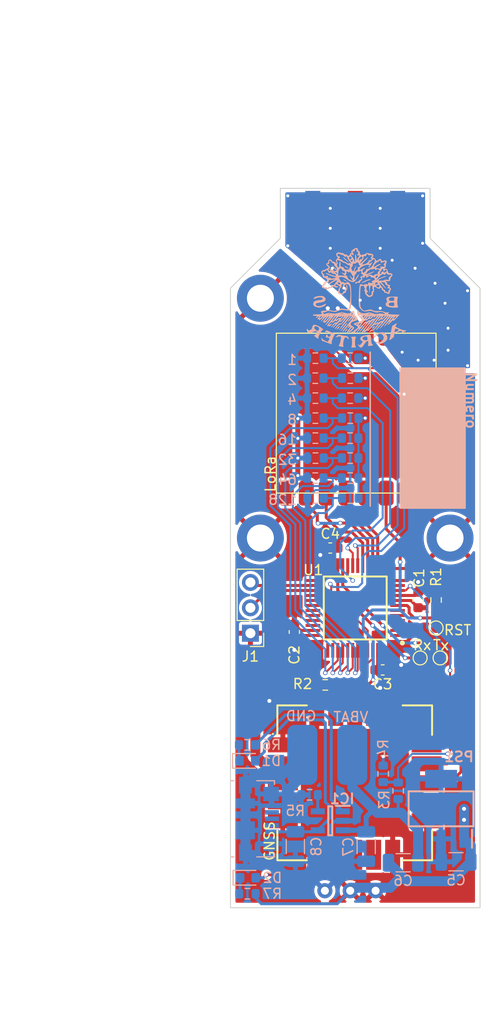
<source format=kicad_pcb>
(kicad_pcb (version 20221018) (generator pcbnew)
  (layers (0 "F.Cu" signal) (31 "B.Cu" signal) (34 "B.Paste" user) (35 "F.Paste" user) (36 "B.SilkS" user "B.Silkscreen") (37 "F.SilkS" user "F.Silkscreen") (38 "B.Mask" user) (39 "F.Mask" user) (44 "Edge.Cuts" user))
  (net 0 "")
  (net 1 "Net-(AE1-A)")
  (net 8 "GND")
  (net 9 "+3.3V")
  (net 10 "/MCU_TX")
  (net 11 "/MCU_RX")
  (net 12 "/SPI_NSS")
  (net 13 "/SPI_SCK")
  (net 14 "/SPI_MISO")
  (net 15 "/SPI_MOSI")
  (net 16 "/TP_TX")
  (net 17 "/TP_RX")
  (net 19 "/SWDIO")
  (net 20 "/SWCLK")
  (net 28 "unconnected-(ANT1-SDA-Pad9)")
  (net 30 "+BATT")
  (net 31 "Net-(ANT1-TIMEPULSE)")
  (net 33 "/I2C_SDA")
  (net 34 "/I2C_SCL")
  (net 35 "/GNSS_INT")
  (net 39 "/LORA_INT")
  (net 42 "/RESET_N")
  (net 43 "/ID_0")
  (net 44 "/ID_1")
  (net 45 "/ID_2")
  (net 46 "/ID_3")
  (net 47 "/ID_4")
  (net 48 "/ID_5")
  (net 49 "/ID_6")
  (net 50 "/ID_7")
  (net 51 "/BOOT0")
  (net 52 "/ADC_0")
  (net 53 "/ADC_1")
  (net 54 "Net-(D1-A)")
  (net 55 "Net-(D1-K)")
  (net 56 "Net-(IC1-PROG)")
  (net 60 "Net-(IC1-STAT)")
  (net 61 "GND1")
  (net 62 "Net-(D2-K)")
  (footprint "TestPoint:TestPoint_Pad_D1.0mm" (layer "F.Cu") (at 151 92)
    (fp_text reference "TP1" hide)
    (fp_text value "TX")
  )
  (footprint "Resistor_SMD:R_0603_1608Metric" (layer "F.Cu") (at 139.5 94.7)
    (fp_text reference "R2")
    (fp_text value "4K7")
  )
  (footprint "Resistor_SMD:R_0603_1608Metric" (layer "F.Cu") (at 150.6 86.2 90)
    (fp_text reference "R1")
    (fp_text value "4K7")
  )
  (footprint "Capacitor_SMD:C_0603_1608Metric" (layer "F.Cu") (at 136.4 89.4 90)
    (fp_text reference "C2")
    (fp_text value "1uF")
  )
  (footprint "TestPoint:TestPoint_Pad_D1.0mm" (layer "F.Cu") (at 149 92)
    (fp_text reference "TP2" hide)
    (fp_text value "RX")
  )
  (footprint "Capacitor_SMD:C_0603_1608Metric" (layer "F.Cu") (at 145.25 93.2 180)
    (fp_text reference "C3")
    (fp_text value "1uF")
  )
  (footprint "TestPoint:TestPoint_Pad_D1.0mm" (layer "F.Cu") (at 150.6 89)
    (fp_text reference "TP5" hide)
    (fp_text value "RST")
  )
  (footprint "MountingHole:MountingHole_2.7mm_M2.5_DIN965_Pad_TopBottom" (layer "F.Cu") (at 133 56)
    (fp_text reference "H1" hide)
    (fp_text value "MH")
  )
  (footprint "Library:QFP50P900X900X160-48N" (layer "F.Cu") (at 142.5 87 180)
    (fp_text reference "U1")
    (fp_text value "STM32L010C6T6" hide)
  )
  (footprint "Library:SAMM10Q00B" (layer "F.Cu") (at 142.45 104.5)
    (fp_text reference "ANT1" hide)
    (fp_text value "SAM-M10Q-00B" hide)
  )
  (footprint "Capacitor_SMD:C_0603_1608Metric" (layer "F.Cu") (at 140 81)
    (fp_text reference "C4")
    (fp_text value "1uF")
  )
  (footprint "MountingHole:MountingHole_2.7mm_M2.5_DIN965_Pad_TopBottom" (layer "F.Cu") (at 152 80)
    (fp_text reference "H2" hide)
    (fp_text value "MH")
  )
  (footprint "Connector_PinHeader_2.54mm:PinHeader_1x03_P2.54mm_Vertical" (layer "F.Cu") (at 132 89.525 180)
    (fp_text reference "J1")
    (fp_text value "Conn_01x03")
  )
  (footprint "Library:switch" (layer "F.Cu") (at 142 112.76)
    (fp_text reference "SW1" hide)
    (fp_text value "~")
  )
  (footprint "Capacitor_SMD:C_0603_1608Metric" (layer "F.Cu") (at 148.8 86.2 -90)
    (fp_text reference "C1")
    (fp_text value "1uF")
  )
  (footprint "Library:SMA_Amphenol_132289_EdgeMount" (layer "F.Cu") (at 142.5 47.8 90)
    (fp_text reference "AE1" hide)
    (fp_text value "Antenna_Shield")
  )
  (footprint "MountingHole:MountingHole_2.7mm_M2.5_DIN965_Pad_TopBottom" (layer "F.Cu") (at 133 80)
    (fp_text reference "H3" hide)
    (fp_text value "MH")
  )
  (footprint "Library:LoRa_SOM" (layer "F.Cu") (at 132.595 67.5 90)
    (fp_text reference "SOM1" hide)
    (fp_text value "LoRa_SOM")
  )
  (footprint "Resistor_SMD:R_0603_1608Metric" (layer "B.Cu") (at 141.99 66 180)
    (fp_text reference "JP6" hide)
    (fp_text value "0")
  )
  (footprint "Resistor_SMD:R_0603_1608Metric" (layer "B.Cu") (at 138.5 74 180)
    (fp_text reference "JP13" hide)
    (fp_text value "1")
  )
  (footprint "Library:SOT230P700X180-4N" (layer "B.Cu") (at 151.1 107.1 90)
    (fp_text reference "PS1")
    (fp_text value "ZLDO1117QG33TA" hide)
  )
  (footprint "Resistor_SMD:R_0603_1608Metric" (layer "B.Cu") (at 138.51 68 180)
    (fp_text reference "JP7" hide)
    (fp_text value "1")
  )
  (footprint "Connector_USB:USB_Micro-B_Molex_47346-0001" (layer "B.Cu") (at 132.7 108.1 90)
    (fp_text reference "J3" hide)
    (fp_text value "USB_B_Micro")
  )
  (footprint "Resistor_SMD:R_0603_1608Metric" (layer "B.Cu") (at 138.52 76 180)
    (fp_text reference "JP15" hide)
    (fp_text value "1")
  )
  (footprint "Resistor_SMD:R_0603_1608Metric" (layer "B.Cu") (at 145.3 103.6 -90)
    (fp_text reference "R4")
    (fp_text value "10K")
  )
  (footprint "Capacitor_SMD:C_1206_3216Metric" (layer "B.Cu") (at 136.5 110.875 -90)
    (fp_text reference "C8")
    (fp_text value "4.7uF")
  )
  (footprint "Capacitor_SMD:C_1206_3216Metric" (layer "B.Cu") (at 147.3 112.5 180)
    (fp_text reference "C6")
    (fp_text value "4.7uF")
  )
  (footprint "Resistor_SMD:R_0603_1608Metric" (layer "B.Cu") (at 141.99 74 180)
    (fp_text reference "JP14" hide)
    (fp_text value "0")
  )
  (footprint "Library:SOT95P270X145-5N" (layer "B.Cu") (at 140 108.3 180)
    (fp_text reference "IC1")
    (fp_text value "MCP73831T-4ADI_OT" hide)
  )
  (footprint "Resistor_SMD:R_0603_1608Metric" (layer "B.Cu") (at 141.99 72 180)
    (fp_text reference "JP12" hide)
    (fp_text value "0")
  )
  (footprint "Resistor_SMD:R_0603_1608Metric" (layer "B.Cu") (at 138.5 64 180)
    (fp_text reference "JP3" hide)
    (fp_text value "1")
  )
  (footprint "Resistor_SMD:R_0603_1608Metric" (layer "B.Cu") (at 137.925 105.7)
    (fp_text reference "R5")
    (fp_text value "2K")
  )
  (footprint "Resistor_SMD:R_0603_1608Metric" (layer "B.Cu") (at 138.51 66 180)
    (fp_text reference "JP5" hide)
    (fp_text value "1")
  )
  (footprint "Resistor_SMD:R_0603_1608Metric" (layer "B.Cu") (at 131.7 115.6 180)
    (fp_text reference "R7")
    (fp_text value "470")
  )
  (footprint "Resistor_SMD:R_0603_1608Metric" (layer "B.Cu") (at 142 68 180)
    (fp_text reference "JP8" hide)
    (fp_text value "0")
  )
  (footprint "Resistor_SMD:R_0603_1608Metric" (layer "B.Cu") (at 138.52 72 180)
    (fp_text reference "JP11" hide)
    (fp_text value "1")
  )
  (footprint "Library:battery_solder" (layer "B.Cu") (at 146.2 98.7 90)
    (fp_text reference "J2" hide)
    (fp_text value "Conn_01x02")
  )
  (footprint "Resistor_SMD:R_0603_1608Metric" (layer "B.Cu") (at 131.675 100.7 180)
    (fp_text reference "R6")
    (fp_text value "470")
  )
  (footprint "Capacitor_SMD:C_1206_3216Metric" (layer "B.Cu") (at 143.6 110.875 -90)
    (fp_text reference "C7")
    (fp_text value "4.7uF")
  )
  (footprint "Resistor_SMD:R_0603_1608Metric" (layer "B.Cu") (at 138.51 70 180)
    (fp_text reference "JP9" hide)
    (fp_text value "1")
  )
  (footprint "Capacitor_SMD:C_1206_3216Metric" (layer "B.Cu") (at 152.6 112.4)
    (fp_text reference "C5")
    (fp_text value "4.7uF")
  )
  (footprint "Resistor_SMD:R_0603_1608Metric" (layer "B.Cu") (at 138.51 62 180)
    (fp_text reference "JP1" hide)
    (fp_text value "1")
  )
  (footprint "LED_SMD:LED_0603_1608Metric" (layer "B.Cu") (at 131.75 114)
    (fp_text reference "D2")
    (fp_text value "LED")
  )
  (footprint "LED_SMD:LED_0603_1608Metric" (layer "B.Cu") (at 131.7 102.3)
    (fp_text reference "D1")
    (fp_text value "LED")
  )
  (footprint "Library:bs" (layer "B.Cu") (at 142.7 55.9 180)
    (fp_text reference "G***" hide)
    (fp_text value "LOGO" hide)
  )
  (footprint "Resistor_SMD:R_0603_1608Metric" (layer "B.Cu") (at 141.99 70 180)
    (fp_text reference "JP10" hide)
    (fp_text value "0")
  )
  (footprint "Resistor_SMD:R_0603_1608Metric" (layer "B.Cu") (at 142 64 180)
    (fp_text reference "JP4" hide)
    (fp_text value "0")
  )
  (footprint "Resistor_SMD:R_0603_1608Metric" (layer "B.Cu") (at 141.99 62 180)
    (fp_text reference "JP2" hide)
    (fp_text value "0")
  )
  (footprint "Resistor_SMD:R_0603_1608Metric" (layer "B.Cu") (at 142 76 180)
    (fp_text reference "JP16" hide)
    (fp_text value "0")
  )
  (footprint "Resistor_SMD:R_0603_1608Metric" (layer "B.Cu") (at 146.8 105.3 -90)
    (fp_text reference "R3")
    (fp_text value "10K")
  )
  (gr_line (start 144 61.4) (end 144 76.8) (stroke (width 0.15)) (layer "B.SilkS"))
  (gr_rect (start 147 63) (end 153.5 77) (stroke (width 0.15)) (fill solid) (layer "B.SilkS"))
  (gr_poly (pts (xy 135 45) (xy 150 45) (xy 150 50) (xy 155 55) (xy 155 117) (xy 130 117) (xy 130 55) (xy 135 50)) (stroke (width 0.1)) (fill none) (layer "Edge.Cuts"))
  (gr_text "VBAT" (at 143.9 98.5) (layer "B.SilkS") (effects (font (size 1 1)) (justify left bottom mirror)))
  (gr_text "2" (at 136.75 64.75) (layer "B.SilkS") (effects (font (size 1 1)) (justify left bottom mirror)))
  (gr_text "128" (at 136.75 76.75) (layer "B.SilkS") (effects (font (size 1 1)) (justify left bottom mirror)))
  (gr_text "32" (at 136.75 72.75) (layer "B.SilkS") (effects (font (size 1 1)) (justify left bottom mirror)))
  (gr_text "4" (at 136.75 66.75) (layer "B.SilkS") (effects (font (size 1 1)) (justify left bottom mirror)))
  (gr_text "Numero" (at 153.5 63.25 -90) (layer "B.SilkS") (effects (font (size 1 1) (thickness 0.2) bold) (justify left bottom)))
  (gr_text "64" (at 136.75 74.75) (layer "B.SilkS") (effects (font (size 1 1)) (justify left bottom mirror)))
  (gr_text "16" (at 136.75 70.75) (layer "B.SilkS") (effects (font (size 1 1)) (justify left bottom mirror)))
  (gr_text "1" (at 136.75 62.75) (layer "B.SilkS") (effects (font (size 1 1)) (justify left bottom mirror)))
  (gr_text "8" (at 136.75 68.75) (layer "B.SilkS") (effects (font (size 1 1)) (justify left bottom mirror)))
  (gr_text "GND" (at 138.7 98.4) (layer "B.SilkS") (effects (font (size 1 1)) (justify left bottom mirror)))
  (gr_text "LoRa" (at 134.595 75.5 90) (layer "F.SilkS") (effects (font (size 1 1)) (justify left bottom)))
  (gr_text "RST" (at 151.3 89.8) (layer "F.SilkS") (effects (font (size 1 1)) (justify left bottom)))
  (gr_text "GNSS" (at 134.5 112.4 90) (layer "F.SilkS") (effects (font (size 1 1)) (justify left bottom)))
  (gr_text "Tx" (at 150.2 91.3) (layer "F.SilkS") (effects (font (size 1 1)) (justify left bottom)))
  (gr_text "Rx" (at 148.2 91.3) (layer "F.SilkS") (effects (font (size 1 1)) (justify left bottom)))
  (segment (start 147.237095 55.169166) (end 144.857904 54.330833) (width 1) (layer "F.Cu") (net 1))
  (segment (start 142.5 51) (end 142.5 48.3625) (width 1) (layer "F.Cu") (net 1))
  (segment (start 149.595 58.5) (end 149.595 59.5) (width 1) (layer "F.Cu") (net 1))
  (arc (start 147.237095 55.169166) (mid 148.945864 56.459523) (end 149.594999 58.499999) (width 1) (layer "F.Cu") (net 1))
  (arc (start 144.857904 54.330833) (mid 143.149133 53.040475) (end 142.499999 51) (width 1) (layer "F.Cu") (net 1))
  (segment (start 140.25 82.762) (end 140.25 81.525) (width 0.3) (layer "F.Cu") (net 8))
  (segment (start 144.475 93.2) (end 144.475 93.275) (width 0.5) (layer "F.Cu") (net 8))
  (segment (start 138.262 89.25) (end 137.025 89.25) (width 0.3) (layer "F.Cu") (net 8))
  (segment (start 144.75 91.238) (end 144.75 92.725) (width 0.3) (layer "F.Cu") (net 8))
  (segment (start 148.075 86.25) (end 148.8 86.975) (width 0.3) (layer "F.Cu") (net 8))
  (segment (start 137.025 89.25) (end 136.4 88.625) (width 0.3) (layer "F.Cu") (net 8))
  (segment (start 140.25 81.525) (end 140.775 81) (width 0.3) (layer "F.Cu") (net 8))
  (segment (start 146.738 86.25) (end 148.075 86.25) (width 0.3) (layer "F.Cu") (net 8))
  (segment (start 144.75 92.725) (end 144.475 93) (width 0.3) (layer "F.Cu") (net 8))
  (segment (start 144.475 93.275) (end 145.2 94) (width 0.5) (layer "F.Cu") (net 8))
  (via (at 143 56.2) (size 0.45) (drill 0.3) (layers "F.Cu" "B.Cu") (net 8))
  (via (at 150.5 54.5) (size 0.45) (drill 0.3) (layers "F.Cu" "B.Cu") (net 8))
  (via (at 147.2 61.4) (size 0.45) (drill 0.3) (layers "F.Cu" "B.Cu") (net 8))
  (via (at 146.2 52.2) (size 0.45) (drill 0.3) (layers "F.Cu" "B.Cu") (net 8))
  (via (at 135.75 50.75) (size 0.45) (drill 0.3) (layers "F.Cu" "B.Cu") (net 8))
  (via (at 143.5 62) (size 0.45) (drill 0.3) (layers "F.Cu" "B.Cu") (net 8))
  (via (at 148.8 62.2) (size 0.45) (drill 0.3) (layers "F.Cu" "B.Cu") (net 8))
  (via (at 145 47) (size 0.45) (drill 0.3) (layers "F.Cu" "B.Cu") (net 8))
  (via (at 145 49) (size 0.45) (drill 0.3) (layers "F.Cu" "B.Cu") (net 8))
  (via (at 143.5 66) (size 0.45) (drill 0.3) (layers "F.Cu" "B.Cu") (net 8))
  (via (at 140 47) (size 0.45) (drill 0.3) (layers "F.Cu" "B.Cu") (net 8))
  (via (at 140 49) (size 0.45) (drill 0.3) (layers "F.Cu" "B.Cu") (net 8))
  (via (at 153.75 55.25) (size 0.45) (drill 0.3) (layers "F.Cu" "B.Cu") (net 8))
  (via (at 153.4 107.1) (size 0.6) (drill 0.4) (layers "F.Cu" "B.Cu") (net 8))
  (via (at 153.75 62.75) (size 0.45) (drill 0.3) (layers "F.Cu" "B.Cu") (net 8))
  (via (at 145 51) (size 0.45) (drill 0.3) (layers "F.Cu" "B.Cu") (net 8))
  (via (at 140 51) (size 0.45) (drill 0.3) (layers "F.Cu" "B.Cu") (net 8))
  (via (at 135.75 45.75) (size 0.45) (drill 0.3) (layers "F.Cu" "B.Cu") (net 8))
  (via (at 145 57) (size 0.45) (drill 0.3) (layers "F.Cu" "B.Cu") (net 8))
  (via (at 149.25 45.75) (size 0.45) (drill 0.3) (layers "F.Cu" "B.Cu") (net 8))
  (via (at 149.25 50.5) (size 0.45) (drill 0.3) (layers "F.Cu" "B.Cu") (net 8))
  (via (at 140.2 53) (size 0.45) (drill 0.3) (layers "F.Cu" "B.Cu") (net 8))
  (via (at 143.5 68) (size 0.45) (drill 0.3) (layers "F.Cu" "B.Cu") (net 8))
  (via (at 151.8 61.2) (size 0.45) (drill 0.3) (layers "F.Cu" "B.Cu") (net 8))
  (via (at 145.3 101.875) (size 0.45) (drill 0.3) (layers "F.Cu" "B.Cu") (net 8))
  (via (at 151.5 56.5) (size 0.45) (drill 0.3) (layers "F.Cu" "B.Cu") (net 8))
  (via (at 150.4 62.2) (size 0.45) (drill 0.3) (layers "F.Cu" "B.Cu") (net 8))
  (via (at 153.4 108.2) (size 0.6) (drill 0.4) (layers "F.Cu" "B.Cu") (net 8))
  (via (at 148.5 53) (size 0.45) (drill 0.3) (layers "F.Cu" "B.Cu") (net 8))
  (via (at 143.5 64) (size 0.45) (drill 0.3) (layers "F.Cu" "B.Cu") (net 8))
  (via (at 141.4 55) (size 0.45) (drill 0.3) (layers "F.Cu" "B.Cu") (net 8))
  (via (at 151.8 59) (size 0.45) (drill 0.3) (layers "F.Cu" "B.Cu") (net 8))
  (segment (start 142.815 66) (end 143.5 66) (width 0.2) (layer "B.Cu") (net 8))
  (segment (start 145.3 101.875) (end 145.3 102.775) (width 0.3) (layer "B.Cu") (net 8))
  (segment (start 142 115) (end 146 115) (width 1) (layer "B.Cu") (net 8))
  (segment (start 146 115) (end 147.1625 113.8375) (width 1) (layer "B.Cu") (net 8))
  (segment (start 142.815 62) (end 143.5 62) (width 0.2) (layer "B.Cu") (net 8))
  (segment (start 147.6726 114.3476) (end 147.1625 113.8375) (width 1) (layer "B.Cu") (net 8))
  (segment (start 154.075 110.775) (end 154.075 112.4) (width 1) (layer "B.Cu") (net 8))
  (segment (start 147.1625 113.8375) (end 145.825 112.5) (width 1) (layer "B.Cu") (net 8))
  (segment (start 132.525 115.6) (end 132.525 116.025) (width 0.3) (layer "B.Cu") (net 8))
  (segment (start 152.1274 114.3476) (end 147.6726 114.3476) (width 1) (layer "B.Cu") (net 8))
  (segment (start 153.4 110.1) (end 154.075 110.775) (width 1) (layer "B.Cu") (net 8))
  (segment (start 153.4 108.2) (end 153.4 107.1) (width 1) (layer "B.Cu") (net 8))
  (segment (start 142.825 68) (end 142.825 76) (width 0.2) (layer "B.Cu") (net 8))
  (segment (start 132.525 116.025) (end 133.1 116.6) (width 0.3) (layer "B.Cu") (net 8))
  (segment (start 142.825 64) (end 143.5 64) (width 0.2) (layer "B.Cu") (net 8))
  (segment (start 153.4 110.1) (end 153.4 108.2) (width 1) (layer "B.Cu") (net 8))
  (segment (start 154.075 112.4) (end 152.1274 114.3476) (width 1) (layer "B.Cu") (net 8))
  (segment (start 133.1 116.6) (end 140.7 116.6) (width 0.3) (layer "B.Cu") (net 8))
  (segment (start 142 115.1) (end 142 115) (width 1) (layer "B.Cu") (net 8))
  (segment (start 142.825 68) (end 143.5 68) (width 0.2) (layer "B.Cu") (net 8))
  (segment (start 140.7 116.6) (end 142 115.3) (width 0.3) (layer "B.Cu") (net 8))
  (segment (start 146.8 93) (end 147.1 92.7) (width 0.5) (layer "F.Cu") (net 9))
  (segment (start 148.475 85.75) (end 146.738 85.75) (width 0.3) (layer "F.Cu") (net 9))
  (segment (start 136.75 70.025) (end 136.75 68.05) (width 0.5) (layer "F.Cu") (net 9))
  (segment (start 145 95) (end 144.35 95.65) (width 1) (layer "F.Cu") (net 9))
  (segment (start 135.85 102.6) (end 135.85 104.5) (width 0.5) (layer "F.Cu") (net 9))
  (segment (start 136.4 91.2) (end 136.4 90.175) (width 0.5) (layer "F.Cu") (net 9))
  (segment (start 139 81.225) (end 139.225 81) (width 0.5) (layer "F.Cu") (net 9))
  (segment (start 136.75 73.75) (end 136.75 72) (width 0.5) (layer "F.Cu") (net 9))
  (segment (start 148.85 85.375) (end 148.8 85.425) (width 0.5) (layer "F.Cu") (net 9))
  (segment (start 146.025 93) (end 145.25 92.225) (width 0.3) (layer "F.Cu") (net 9))
  (segment (start 150.4 85.375) (end 148.85 85.375) (width 0.5) (layer "F.Cu") (net 9))
  (segment (start 132.5 101.75) (end 132.5 97.7) (width 1) (layer "F.Cu") (net 9))
  (segment (start 144.35 95.65) (end 144.35 97.9) (width 1) (layer "F.Cu") (net 9))
  (segment (start 136.825 89.75) (end 136.4 90.175) (width 0.3) (layer "F.Cu") (net 9))
  (segment (start 132.5 97.7) (end 133.9 96.3) (width 1) (layer "F.Cu") (net 9))
  (segment (start 141.595 57.845) (end 141.595 59.5) (width 1) (layer "F.Cu") (net 9))
  (segment (start 145.25 92.225) (end 145.25 91.238) (width 0.3) (layer "F.Cu") (net 9))
  (segment (start 136.75 72) (end 136.75 70.025) (width 0.5) (layer "F.Cu") (net 9))
  (segment (start 148.8 84.4) (end 148.8 85.425) (width 0.5) (layer "F.Cu") (net 9))
  (segment (start 133.35 102.6) (end 132.5 101.75) (width 1) (layer "F.Cu") (net 9))
  (segment (start 139.75 57) (end 140.75 57) (width 1) (layer "F.Cu") (net 9))
  (segment (start 135.85 102.6) (end 133.35 102.6) (width 1) (layer "F.Cu") (net 9))
  (segment (start 140.75 57) (end 141.595 57.845) (width 1) (layer "F.Cu") (net 9))
  (segment (start 148.8 85.425) (end 148.475 85.75) (width 0.3) (layer "F.Cu") (net 9))
  (segment (start 139.75 81.525) (end 139.75 82.762) (width 0.3) (layer "F.Cu") (net 9))
  (segment (start 139 81.7) (end 139 81.225) (width 0.5) (layer "F.Cu") (net 9))
  (segment (start 146.025 93) (end 146.8 93) (width 0.5) (layer "F.Cu") (net 9))
  (segment (start 139.225 81) (end 139.75 81.525) (width 0.3) (layer "F.Cu") (net 9))
  (segment (start 138.262 89.75) (end 136.825 89.75) (width 0.3) (layer "F.Cu") (net 9))
  (via (at 139.75 57) (size 0.6) (drill 0.4) (layers "F.Cu" "B.Cu") (net 9))
  (via (at 145 95) (size 0.6) (drill 0.4) (layers "F.Cu" "B.Cu") (net 9))
  (via (at 136.75 70.025) (size 0.45) (drill 0.3) (layers "F.Cu" "B.Cu") (net 9))
  (via (at 139 81.7) (size 0.6) (drill 0.4) (layers "F.Cu" "B.Cu") (net 9))
  (via (at 148.8 84.4) (size 0.6) (drill 0.4) (layers "F.Cu" "B.Cu") (net 9))
  (via (at 136.4 91.2) (size 0.6) (drill 0.4) (layers "F.Cu" "B.Cu") (net 9))
  (via (at 136.75 72) (size 0.45) (drill 0.3) (layers "F.Cu" "B.Cu") (net 9))
  (via (at 133.9 96.3) (size 0.8) (drill 0.4) (layers "F.Cu" "B.Cu") (net 9))
  (via (at 147.1 92.7) (size 0.6) (drill 0.4) (layers "F.Cu" "B.Cu") (net 9))
  (via (at 136.75 68.05) (size 0.45) (drill 0.3) (layers "F.Cu" "B.Cu") (net 9))
  (via (at 136.75 73.75) (size 0.45) (drill 0.3) (layers "F.Cu" "B.Cu") (net 9))
  (via (at 140.75 57) (size 0.6) (drill 0.4) (layers "F.Cu" "B.Cu") (net 9))
  (segment (start 137.7 76) (end 138.5 75.2) (width 0.2) (layer "B.Cu") (net 9))
  (segment (start 137.5 76) (end 137.695 76) (width 0.2) (layer "B.Cu") (net 9))
  (segment (start 151.1 110.1) (end 151.1 112.375) (width 1) (layer "B.Cu") (net 9))
  (segment (start 137 74) (end 136.75 73.75) (width 0.2) (layer "B.Cu") (net 9))
  (segment (start 137.685 62) (end 137.685 68) (width 0.2) (layer "B.Cu") (net 9))
  (segment (start 151.1 112.375) (end 151.125 112.4) (width 1) (layer "B.Cu") (net 9))
  (segment (start 138.5 75.2) (end 140.4 75.2) (width 0.2) (layer "B.Cu") (net 9))
  (segment (start 137.675 74) (end 137 74) (width 0.2) (layer "B.Cu") (net 9))
  (segment (start 137.695 76) (end 137.7 76) (width 0.2) (layer "B.Cu") (net 9))
  (segment (start 137.695 72) (end 136.75 72) (width 0.2) (layer "B.Cu") (net 9))
  (segment (start 151.675 102.6) (end 152.6 101.675) (width 0.3) (layer "F.Cu") (net 10))
  (segment (start 152.6 85.9) (end 150.3 83.6) (width 0.3) (layer "F.Cu") (net 10))
  (segment (start 152.6 101.675) (end 152.6 85.9) (width 0.3) (layer "F.Cu") (net 10))
  (segment (start 150.3 83.6) (end 148.4 83.6) (width 0.3) (layer "F.Cu") (net 10))
  (segment (start 148.4 83.6) (end 147.75 84.25) (width 0.3) (layer "F.Cu") (net 10))
  (segment (start 149.65 102.6) (end 151.675 102.6) (width 0.3) (layer "F.Cu") (net 10))
  (segment (start 147.75 84.25) (end 146.738 84.25) (width 0.3) (layer "F.Cu") (net 10))
  (segment (start 145.538 83.05) (end 150.55 83.05) (width 0.3) (layer "F.Cu") (net 11))
  (segment (start 153.1 85.6) (end 153.1 103.4) (width 0.3) (layer "F.Cu") (net 11))
  (segment (start 153.1 103.4) (end 152 104.5) (width 0.3) (layer "F.Cu") (net 11))
  (segment (start 145.25 82.762) (end 145.538 83.05) (width 0.3) (layer "F.Cu") (net 11))
  (segment (start 152 104.5) (end 149.65 104.5) (width 0.3) (layer "F.Cu") (net 11))
  (segment (start 150.55 83.05) (end 153.1 85.6) (width 0.3) (layer "F.Cu") (net 11))
  (segment (start 143.595 75.5) (end 143.595 78.595) (width 0.3) (layer "F.Cu") (net 12))
  (segment (start 144.75 79.75) (end 144.75 82.762) (width 0.3) (layer "F.Cu") (net 12))
  (segment (start 143.595 78.595) (end 144.75 79.75) (width 0.3) (layer "F.Cu") (net 12))
  (segment (start 141.595 77.345) (end 144.25 80) (width 0.3) (layer "F.Cu") (net 13))
  (segment (start 141.595 75.5) (end 141.595 77.345) (width 0.3) (layer "F.Cu") (net 13))
  (segment (start 144.25 80) (end 144.25 82.762) (width 0.3) (layer "F.Cu") (net 13))
  (segment (start 143.75 80.25) (end 143.75 82.762) (width 0.3) (layer "F.Cu") (net 14))
  (segment (start 142 78.5) (end 143.75 80.25) (width 0.3) (layer "F.Cu") (net 14))
  (segment (start 138.7 78.45) (end 138.7 77.7) (width 0.3) (layer "F.Cu") (net 14))
  (segment (start 138.7 77.7) (end 137.595 76.595) (width 0.3) (layer "F.Cu") (net 14))
  (segment (start 137.595 76.595) (end 137.595 75.5) (width 0.3) (layer "F.Cu") (net 14))
  (segment (start 141 78.5) (end 142 78.5) (width 0.3) (layer "F.Cu") (net 14))
  (segment (start 138.775 78.525) (end 138.7 78.45) (width 0.3) (layer "F.Cu") (net 14))
  (via (at 138.775 78.525) (size 0.45) (drill 0.3) (layers "F.Cu" "B.Cu") (net 14))
  (via (at 141 78.5) (size 0.45) (drill 0.3) (layers "F.Cu" "B.Cu") (net 14))
  (segment (start 138.775 78.525) (end 140.975 78.525) (width 0.3) (layer "B.Cu") (net 14))
  (segment (start 140.975 78.525) (end 141 78.5) (width 0.3) (layer "B.Cu") (net 14))
  (segment (start 141.05 79.4) (end 139.595 77.945) (width 0.3) (layer "F.Cu") (net 15))
  (segment (start 142.15 79.4) (end 141.05 79.4) (width 0.3) (layer "F.Cu") (net 15))
  (segment (start 143.25 80.5) (end 142.15 79.4) (width 0.3) (layer "F.Cu") (net 15))
  (segment (start 143.25 82.762) (end 143.25 80.5) (width 0.3) (layer "F.Cu") (net 15))
  (segment (start 139.595 77.945) (end 139.595 75.5) (width 0.3) (layer "F.Cu") (net 15))
  (segment (start 145.25 88.75) (end 141.25 84.75) (width 0.3) (layer "F.Cu") (net 16))
  (segment (start 151 92) (end 150.8 92) (width 0.3) (layer "F.Cu") (net 16))
  (segment (start 141.25 84.75) (end 141.25 82.762) (width 0.3) (layer "F.Cu") (net 16))
  (segment (start 148.5 90.5) (end 149.5 90.5) (width 0.3) (layer "F.Cu") (net 16))
  (segment (start 149.5 90.5) (end 151 92) (width 0.3) (layer "F.Cu") (net 16))
  (via (at 148.5 90.5) (size 0.45) (drill 0.3) (layers "F.Cu" "B.Cu") (net 16))
  (via (at 145.25 88.75) (size 0.45) (drill 0.3) (layers "F.Cu" "B.Cu") (net 16))
  (segment (start 147 90.5) (end 148.5 90.5) (width 0.3) (layer "B.Cu") (net 16))
  (segment (start 145.25 88.75) (end 147 90.5) (width 0.3) (layer "B.Cu") (net 16))
  (segment (start 147.5 92) (end 149 92) (width 0.3) (layer "F.Cu") (net 17))
  (segment (start 144.25 88.75) (end 140.75 85.25) (width 0.3) (layer "F.Cu") (net 17))
  (segment (start 140.75 85.25) (end 140.75 82.762) (width 0.3) (layer "F.Cu") (net 17))
  (via (at 144.25 88.75) (size 0.45) (drill 0.3) (layers "F.Cu" "B.Cu") (net 17))
  (via (at 147.5 92) (size 0.45) (drill 0.3) (layers "F.Cu" "B.Cu") (net 17))
  (segment (start 147.5 92) (end 144.25 88.75) (width 0.3) (layer "B.Cu") (net 17))
  (segment (start 132.305 84.75) (end 132 84.445) (width 0.3) (layer "F.Cu") (net 19))
  (segment (start 138.262 84.75) (end 132.305 84.75) (width 0.3) (layer "F.Cu") (net 19))
  (segment (start 138.262 85.25) (end 133.735 85.25) (width 0.3) (layer "F.Cu") (net 20))
  (segment (start 133.735 85.25) (end 132 86.985) (width 0.3) (layer "F.Cu") (net 20))
  (segment (start 144.25 111.2) (end 144.35 111.1) (width 0.3) (layer "F.Cu") (net 28))
  (segment (start 144.3 111.15) (end 144.35 111.1) (width 0.3) (layer "F.Cu") (net 28))
  (segment (start 148.8 112.475) (end 148.775 112.5) (width 1) (layer "B.Cu") (net 30))
  (segment (start 144.35 107.15) (end 142.2 105) (width 1) (layer "B.Cu") (net 30))
  (segment (start 144.35 107.15) (end 143.6 107.9) (width 0.5) (layer "B.Cu") (net 30))
  (segment (start 148.8 109.2) (end 148.8 110.1) (width 1) (layer "B.Cu") (net 30))
  (segment (start 148.8 110.1) (end 148.8 112.475) (width 1) (layer "B.Cu") (net 30))
  (segment (start 143.6 109.4) (end 143.45 109.25) (width 0.5) (layer "B.Cu") (net 30))
  (segment (start 146.8 106.125) (end 146.8 107.2) (width 0.3) (layer "B.Cu") (net 30))
  (segment (start 146.8 107.2) (end 147.1 107.5) (width 0.3) (layer "B.Cu") (net 30))
  (segment (start 142.2 105) (end 142.2 102.1) (width 1) (layer "B.Cu") (net 30))
  (segment (start 143.45 109.25) (end 141.25 109.25) (width 0.5) (layer "B.Cu") (net 30))
  (segment (start 143.6 107.9) (end 143.6 109.4) (width 0.5) (layer "B.Cu") (net 30))
  (segment (start 144.7 107.5) (end 147.1 107.5) (width 1) (layer "B.Cu") (net 30))
  (segment (start 144.35 107.15) (end 144.7 107.5) (width 1) (layer "B.Cu") (net 30))
  (segment (start 147.1 107.5) (end 148.8 109.2) (width 1) (layer "B.Cu") (net 30))
  (segment (start 140.4 113.7) (end 133.6 113.7) (width 0.3) (layer "F.Cu") (net 31))
  (segment (start 140.55 113.55) (end 140.4 113.7) (width 0.3) (layer "F.Cu") (net 31))
  (segment (start 140.55 111.7) (end 140.55 113.55) (width 0.3) (layer "F.Cu") (net 31))
  (via (at 133.6 113.7) (size 0.45) (drill 0.3) (layers "F.Cu" "B.Cu") (net 31))
  (segment (start 133.3 114) (end 132.5375 114) (width 0.3) (layer "B.Cu") (net 31))
  (segment (start 133.6 113.7) (end 133.3 114) (width 0.3) (layer "B.Cu") (net 31))
  (segment (start 140.55 95.95) (end 140.55 97.9) (width 0.2) (layer "F.Cu") (net 35))
  (segment (start 143.7 93.8) (end 142.25 95.25) (width 0.2) (layer "F.Cu") (net 35))
  (segment (start 143.7 92.6) (end 143.7 93.8) (width 0.2) (layer "F.Cu") (net 35))
  (segment (start 144.25 92.05) (end 143.7 92.6) (width 0.2) (layer "F.Cu") (net 35))
  (segment (start 141.25 95.25) (end 140.55 95.95) (width 0.2) (layer "F.Cu") (net 35))
  (segment (start 144.25 91.238) (end 144.25 92.05) (width 0.2) (layer "F.Cu") (net 35))
  (segment (start 142.25 95.25) (end 141.25 95.25) (width 0.2) (layer "F.Cu") (net 35))
  (segment (start 140.1 85.6) (end 140.1 84.7) (width 0.2) (layer "F.Cu") (net 39))
  (segment (start 144.8 63) (end 142.3 63) (width 0.2) (layer "F.Cu") (net 39))
  (segment (start 143.75 89.25) (end 140.1 85.6) (width 0.2) (layer "F.Cu") (net 39))
  (segment (start 139.595 60.295) (end 139.595 59.5) (width 0.2) (layer "F.Cu") (net 39))
  (segment (start 143.75 91.238) (end 143.75 89.25) (width 0.2) (layer "F.Cu") (net 39))
  (segment (start 147.4 65.6) (end 144.8 63) (width 0.2) (layer "F.Cu") (net 39))
  (segment (start 142.3 63) (end 139.595 60.295) (width 0.2) (layer "F.Cu") (net 39))
  (segment (start 140.1 84.7) (end 140 84.6) (width 0.2) (layer "F.Cu") (net 39))
  (via (at 140 84.6) (size 0.45) (drill 0.3) (layers "F.Cu" "B.Cu") (net 39))
  (via (at 147.4 65.6) (size 0.45) (drill 0.3) (layers "F.Cu" "B.Cu") (net 39))
  (segment (start 143.8 81.3) (end 145.1 81.3) (width 0.2) (layer "B.Cu") (net 39))
  (segment (start 145.1 81.3) (end 147.4 79) (width 0.2) (layer "B.Cu") (net 39))
  (segment (start 142.8 84.9) (end 143.2 84.5) (width 0.2) (layer "B.Cu") (net 39))
  (segment (start 143.2 81.9) (end 143.8 81.3) (width 0.2) (layer "B.Cu") (net 39))
  (segment (start 143.2 84.5) (end 143.2 81.9) (width 0.2) (layer "B.Cu") (net 39))
  (segment (start 147.4 79) (end 147.4 65.6) (width 0.2) (layer "B.Cu") (net 39))
  (segment (start 140.3 84.9) (end 142.8 84.9) (width 0.2) (layer "B.Cu") (net 39))
  (segment (start 140 84.6) (end 140.3 84.9) (width 0.2) (layer "B.Cu") (net 39))
  (segment (start 147.692894 86.75) (end 147.9 86.957106) (width 0.3) (layer "F.Cu") (net 42))
  (segment (start 147.9 86.957106) (end 147.9 87.5) (width 0.3) (layer "F.Cu") (net 42))
  (segment (start 146.738 86.75) (end 147.692894 86.75) (width 0.3) (layer "F.Cu") (net 42))
  (segment (start 150.6 88) (end 150.6 88.9) (width 0.3) (layer "F.Cu") (net 42))
  (segment (start 150.6 87.225) (end 150.4 87.025) (width 0.3) (layer "F.Cu") (net 42))
  (segment (start 150.6 88.9) (end 150.6 87.225) (width 0.3) (layer "F.Cu") (net 42))
  (segment (start 142.45 96.05) (end 142.45 97.9) (width 0.3) (layer "F.Cu") (net 42))
  (segment (start 147.9 87.5) (end 148.4 88) (width 0.3) (layer "F.Cu") (net 42))
  (segment (start 144.3 94.2) (end 142.45 96.05) (width 0.3) (layer "F.Cu") (net 42))
  (segment (start 149 88) (end 150.6 88) (width 0.3) (layer "F.Cu") (net 42))
  (segment (start 147 82.4) (end 147 80.5) (width 0.3) (layer "F.Cu") (net 42))
  (segment (start 148.4 88) (end 149 88) (width 0.3) (layer "F.Cu") (net 42))
  (segment (start 145.595 79.095) (end 145.595 75.5) (width 0.3) (layer "F.Cu") (net 42))
  (segment (start 147 80.5) (end 145.595 79.095) (width 0.3) (layer "F.Cu") (net 42))
  (segment (start 150.5 89) (end 150.6 88.9) (width 0.3) (layer "F.Cu") (net 42))
  (via (at 147 82.4) (size 0.45) (drill 0.3) (layers "F.Cu" "B.Cu") (net 42))
  (via (at 144.3 94.2) (size 0.45) (drill 0.3) (layers "F.Cu" "B.Cu") (net 42))
  (via (at 149 88) (size 0.45) (drill 0.3) (layers "F.Cu" "B.Cu") (net 42))
  (segment (start 147 82.4) (end 147 87.2) (width 0.3) (layer "B.Cu") (net 42))
  (segment (start 143.3 88.1) (end 144.2 87.2) (width 0.3) (layer "B.Cu") (net 42))
  (segment (start 147 87.2) (end 147.8 88) (width 0.3) (layer "B.Cu") (net 42))
  (segment (start 147.8 88) (end 149 88) (width 0.3) (layer "B.Cu") (net 42))
  (segment (start 143.3 89.2) (end 143.3 88.1) (width 0.3) (layer "B.Cu") (net 42))
  (segment (start 144.3 90.2) (end 143.3 89.2) (width 0.3) (layer "B.Cu") (net 42))
  (segment (start 144.3 94.2) (end 144.3 90.2) (width 0.3) (layer "B.Cu") (net 42))
  (segment (start 144.2 87.2) (end 147 87.2) (width 0.3) (layer "B.Cu") (net 42))
  (segment (start 142.75 82.762) (end 142.75 81) (width 0.2) (layer "F.Cu") (net 43))
  (segment (start 142.75 81) (end 142.5 80.75) (width 0.2) (layer "F.Cu") (net 43))
  (via (at 142.5 80.75) (size 0.45) (drill 0.3) (layers "F.Cu" "B.Cu") (net 43))
  (segment (start 146.75 78.75) (end 146.75 66) (width 0.2) (layer "B.Cu") (net 43))
  (segment (start 140.25 62.5) (end 140.25 62) (width 0.2) (layer "B.Cu") (net 43))
  (segment (start 141.165 62) (end 140.25 62) (width 0.2) (layer "B.Cu") (net 43))
  (segment (start 144.75 80.75) (end 146.75 78.75) (width 0.2) (layer "B.Cu") (net 43))
  (segment (start 146.75 66) (end 143.75 63) (width 0.2) (layer "B.Cu") (net 43))
  (segment (start 143.75 63) (end 140.75 63) (width 0.2) (layer "B.Cu") (net 43))
  (segment (start 142.5 80.75) (end 144.75 80.75) (width 0.2) (layer "B.Cu") (net 43))
  (segment (start 140.25 62) (end 139.335 62) (width 0.2) (layer "B.Cu") (net 43))
  (segment (start 140.75 63) (end 140.25 62.5) (width 0.2) (layer "B.Cu") (net 43))
  (segment (start 141.75 81) (end 142.25 81.5) (width 0.2) (layer "F.Cu") (net 44))
  (segment (start 142.25 81.5) (end 142.25 82.762) (width 0.2) (layer "F.Cu") (net 44))
  (via (at 141.75 81) (size 0.45) (drill 0.3) (layers "F.Cu" "B.Cu") (net 44))
  (segment (start 140.25 64) (end 139.325 64) (width 0.2) (layer "B.Cu") (net 44))
  (segment (start 140.75 65) (end 140.25 64.5) (width 0.2) (layer "B.Cu") (net 44))
  (segment (start 143.75 65) (end 140.75 65) (width 0.2) (layer "B.Cu") (net 44))
  (segment (start 146 78.5) (end 146 67.25) (width 0.2) (layer "B.Cu") (net 44))
  (segment (start 146 67.25) (end 143.75 65) (width 0.2) (layer "B.Cu") (net 44))
  (segment (start 141.175 64) (end 140.25 64) (width 0.2) (layer "B.Cu") (net 44))
  (segment (start 140.25 64.5) (end 140.25 64) (width 0.2) (layer "B.Cu") (net 44))
  (segment (start 141.75 80.75) (end 142.5 80) (width 0.2) (layer "B.Cu") (net 44))
  (segment (start 141.75 81) (end 141.75 80.75) (width 0.2) (layer "B.Cu") (net 44))
  (segment (start 142.5 80) (end 144.5 80) (width 0.2) (layer "B.Cu") (net 44))
  (segment (start 144.5 80) (end 146 78.5) (width 0.2) (layer "B.Cu") (net 44))
  (segment (start 141.75 82.762) (end 141.75 83.75) (width 0.2) (layer "F.Cu") (net 45))
  (segment (start 141.75 83.75) (end 142.25 84.25) (width 0.2) (layer "F.Cu") (net 45))
  (via (at 142.25 84.25) (size 0.45) (drill 0.3) (layers "F.Cu" "B.Cu") (net 45))
  (segment (start 140.25 66) (end 139.335 66) (width 0.2) (layer "B.Cu") (net 45))
  (segment (start 140.25 66.5) (end 140.25 66) (width 0.2) (layer "B.Cu") (net 45))
  (segment (start 141.165 66) (end 140.25 66) (width 0.2) (layer "B.Cu") (net 45))
  (segment (start 140.75 67) (end 140.25 66.5) (width 0.2) (layer "B.Cu") (net 45))
  (segment (start 145.25 68.5) (end 143.75 67) (width 0.2) (layer "B.Cu") (net 45))
  (segment (start 141 83) (end 141 80.5) (width 0.2) (layer "B.Cu") (net 45))
  (segment (start 142.25 79.25) (end 144 79.25) (width 0.2) (layer "B.Cu") (net 45))
  (segment (start 145.25 78) (end 145.25 68.5) (width 0.2) (layer "B.Cu") (net 45))
  (segment (start 144 79.25) (end 145.25 78) (width 0.2) (layer "B.Cu") (net 45))
  (segment (start 141 80.5) (end 142.25 79.25) (width 0.2) (layer "B.Cu") (net 45))
  (segment (start 143.75 67) (end 140.75 67) (width 0.2) (layer "B.Cu") (net 45))
  (segment (start 142.25 84.25) (end 141 83) (width 0.2) (layer "B.Cu") (net 45))
  (segment (start 140.75 92.25) (end 140.75 91.238) (width 0.2) (layer "F.Cu") (net 46))
  (segment (start 139.5 93.5) (end 140.75 92.25) (width 0.2) (layer "F.Cu") (net 46))
  (via (at 139.5 93.5) (size 0.45) (drill 0.3) (layers "F.Cu" "B.Cu") (net 46))
  (segment (start 139.5 93.5) (end 139.5 91.125) (width 0.2) (layer "B.Cu") (net 46))
  (segment (start 141.175 68) (end 140.25 68) (width 0.2) (layer "B.Cu") (net 46))
  (segment (start 136 78.75) (end 134 76.75) (width 0.2) (layer "B.Cu") (net 46))
  (segment (start 140.25 68) (end 139.335 68) (width 0.2) (layer "B.Cu") (net 46))
  (segment (start 134 76.75) (end 134 71) (width 0.2) (layer "B.Cu") (net 46))
  (segment (start 134 71) (end 136 69) (width 0.2) (layer "B.Cu") (net 46))
  (segment (start 136 87.625) (end 136 78.75) (width 0.2) (layer "B.Cu") (net 46))
  (segment (start 140.25 68.5) (end 140.25 68) (width 0.2) (layer "B.Cu") (net 46))
  (segment (start 139.5 91.125) (end 136 87.625) (width 0.2) (layer "B.Cu") (net 46))
  (segment (start 139.75 69) (end 140.25 68.5) (width 0.2) (layer "B.Cu") (net 46))
  (segment (start 136 69) (end 139.75 69) (width 0.2) (layer "B.Cu") (net 46))
  (segment (start 140.25 93.5) (end 141.25 92.5) (width 0.2) (layer "F.Cu") (net 47))
  (segment (start 141.25 92.5) (end 141.25 91.238) (width 0.2) (layer "F.Cu") (net 47))
  (via (at 140.25 93.5) (size 0.45) (drill 0.3) (layers "F.Cu" "B.Cu") (net 47))
  (segment (start 140.25 93.5) (end 140.25 91) (width 0.2) (layer "B.Cu") (net 47))
  (segment (start 140.25 70) (end 139.335 70) (width 0.2) (layer "B.Cu") (net 47))
  (segment (start 134.75 72.25) (end 136 71) (width 0.2) (layer "B.Cu") (net 47))
  (segment (start 140.25 91) (end 136.5 87.25) (width 0.2) (layer "B.Cu") (net 47))
  (segment (start 139.75 71) (end 140.25 70.5) (width 0.2) (layer "B.Cu") (net 47))
  (segment (start 136.5 87.25) (end 136.5 78.625) (width 0.2) (layer "B.Cu") (net 47))
  (segment (start 134.75 76.875) (end 134.75 72.25) (width 0.2) (layer "B.Cu") (net 47))
  (segment (start 140.25 70.5) (end 140.25 70) (width 0.2) (layer "B.Cu") (net 47))
  (segment (start 141.165 70) (end 140.25 70) (width 0.2) (layer "B.Cu") (net 47))
  (segment (start 136 71) (end 139.75 71) (width 0.2) (layer "B.Cu") (net 47))
  (segment (start 136.5 78.625) (end 134.75 76.875) (width 0.2) (layer "B.Cu") (net 47))
  (segment (start 141.75 91.238) (end 141.75 92.75) (width 0.2) (layer "F.Cu") (net 48))
  (segment (start 141.75 92.75) (end 141 93.5) (width 0.2) (layer "F.Cu") (net 48))
  (via (at 141 93.5) (size 0.45) (drill 0.3) (layers "F.Cu" "B.Cu") (net 48))
  (segment (start 141 93.5) (end 141 91) (width 0.2) (layer "B.Cu") (net 48))
  (segment (start 135.5 77) (end 135.5 73.5) (width 0.2) (layer "B.Cu") (net 48))
  (segment (start 141 91) (end 137 87) (width 0.2) (layer "B.Cu") (net 48))
  (segment (start 136 73) (end 139.75 73) (width 0.2) (layer "B.Cu") (net 48))
  (segment (start 135.5 73.5) (end 136 73) (width 0.2) (layer "B.Cu") (net 48))
  (segment (start 139.75 73) (end 140.25 72.5) (width 0.2) (layer "B.Cu") (net 48))
  (segment (start 137 87) (end 137 78.5) (width 0.2) (layer "B.Cu") (net 48))
  (segment (start 140.25 72.5) (end 140.25 72) (width 0.2) (layer "B.Cu") (net 48))
  (segment (start 137 78.5) (end 135.5 77) (width 0.2) (layer "B.Cu") (net 48))
  (segment (start 140.25 72) (end 139.345 72) (width 0.2) (layer "B.Cu") (net 48))
  (segment (start 141.165 72) (end 140.25 72) (width 0.2) (layer "B.Cu") (net 48))
  (segment (start 141.75 93.5) (end 142.25 93) (width 0.2) (layer "F.Cu") (net 49))
  (segment (start 142.25 93) (end 142.25 91.238) (width 0.2) (layer "F.Cu") (net 49))
  (via (at 141.75 93.5) (size 0.45) (drill 0.3) (layers "F.Cu" "B.Cu") (net 49))
  (segment (start 140.25 74) (end 139.325 74) (width 0.2) (layer "B.Cu") (net 49))
  (segment (start 139.8 74.8) (end 140.25 74.35) (width 0.2) (layer "B.Cu") (net 49))
  (segment (start 137.2 74.8) (end 139.8 74.8) (width 0.2) (layer "B.Cu") (net 49))
  (segment (start 136.25 75.75) (end 137.2 74.8) (width 0.2) (layer "B.Cu") (net 49))
  (segment (start 141.75 91) (end 137.5 86.75) (width 0.2) (layer "B.Cu") (net 49))
  (segment (start 141.75 93.5) (end 141.75 91) (width 0.2) (layer "B.Cu") (net 49))
  (segment (start 137.5 86.75) (end 137.5 78.25) (width 0.2) (layer "B.Cu") (net 49))
  (segment (start 140.25 74.35) (end 140.25 74) (width 0.2) (layer "B.Cu") (net 49))
  (segment (start 141.165 74) (end 140.25 74) (width 0.2) (layer "B.Cu") (net 49))
  (segment (start 137.5 78.25) (end 136.25 77) (width 0.2) (layer "B.Cu") (net 49))
  (segment (start 136.25 77) (end 136.25 75.75) (width 0.2) (layer "B.Cu") (net 49))
  (segment (start 142.5 93.5) (end 142.75 93.25) (width 0.2) (layer "F.Cu") (net 50))
  (segment (start 142.75 93.25) (end 142.75 91.238) (width 0.2) (layer "F.Cu") (net 50))
  (via (at 142.5 93.5) (size 0.45) (drill 0.3) (layers "F.Cu" "B.Cu") (net 50))
  (segment (start 138.75 77.5) (end 139.5 77.5) (width 0.2) (layer "B.Cu") (net 50))
  (segment (start 141.175 76) (end 140.25 76) (width 0.2) (layer "B.Cu") (net 50))
  (segment (start 140.25 76.75) (end 140.25 76) (width 0.2) (layer "B.Cu") (net 50))
  (segment (start 138 86.5) (end 138 78.25) (width 0.2) (layer "B.Cu") (net 50))
  (segment (start 138 78.25) (end 138.75 77.5) (width 0.2) (layer "B.Cu") (net 50))
  (segment (start 140.25 76) (end 139.345 76) (width 0.2) (layer "B.Cu") (net 50))
  (segment (start 139.5 77.5) (end 140.25 76.75) (width 0.2) (layer "B.Cu") (net 50))
  (segment (start 142.5 93.5) (end 142.5 91) (width 0.2) (layer "B.Cu") (net 50))
  (segment (start 142.5 91) (end 138 86.5) (width 0.2) (layer "B.Cu") (net 50))
  (segment (start 143.25 91.238) (end 143.25 93.65) (width 0.2) (layer "F.Cu") (net 51))
  (segment (start 142.2 94.7) (end 140.5 94.7) (width 0.2) (layer "F.Cu") (net 51))
  (segment (start 143.25 93.65) (end 142.2 94.7) (width 0.2) (layer "F.Cu") (net 51))
  (segment (start 147.55 85.25) (end 148 84.8) (width 0.2) (layer "F.Cu") (net 52))
  (segment (start 152 101.35) (end 152 93.25) (width 0.2) (layer "F.Cu") (net 52))
  (segment (start 151.75 101.6) (end 152 101.35) (width 0.2) (layer "F.Cu") (net 52))
  (segment (start 146.738 85.25) (end 147.55 85.25) (width 0.2) (layer "F.Cu") (net 52))
  (via (at 151.75 101.6) (size 0.45) (drill 0.3) (layers "F.Cu" "B.Cu") (net 52))
  (via (at 148 84.8) (size 0.45) (drill 0.3) (layers "F.Cu" "B.Cu") (net 52))
  (via (at 152 93.25) (size 0.45) (drill 0.3) (layers "F.Cu" "B.Cu") (net 52))
  (segment (start 149.7 89) (end 149.7 86.5) (width 0.2) (layer "B.Cu") (net 52))
  (segment (start 148.2 101.6) (end 146.8 103) (width 0.2) (layer "B.Cu") (net 52))
  (segment (start 151.75 101.6) (end 148.2 101.6) (width 0.2) (layer "B.Cu") (net 52))
  (segment (start 152 91.3) (end 149.7 89) (width 0.2) (layer "B.Cu") (net 52))
  (segment (start 149.7 86.5) (end 148 84.8) (width 0.2) (layer "B.Cu") (net 52))
  (segment (start 146.8 104.475) (end 146.75 104.425) (width 0.3) (layer "B.Cu") (net 52))
  (segment (start 152 93.25) (end 152 91.3) (width 0.2) (layer "B.Cu") (net 52))
  (segment (start 146.8 103) (end 146.8 104.475) (width 0.2) (layer "B.Cu") (net 52))
  (segment (start 146.75 104.425) (end 145.3 104.425) (width 0.3) (layer "B.Cu") (net 52))
  (segment (start 138.6 109.4) (end 136.5 109.4) (width 0.3) (layer "B.Cu") (net 54))
  (segment (start 133.4 101.3875) (end 133.4 100.6) (width 0.3) (layer "B.Cu") (net 54))
  (segment (start 139.5 106.4) (end 140 106.9) (width 0.3) (layer "B.Cu") (net 54))
  (segment (start 134.16 109.4) (end 136.8 109.4) (width 0.3) (layer "B.Cu") (net 54))
  (segment (start 132.4875 102.3) (end 133.4 101.3875) (width 0.3) (layer "B.Cu") (net 54))
  (segment (start 139.5 98.5) (end 139.5 106.4) (width 0.3) (layer "B.Cu") (net 54))
  (segment (start 140 106.9) (end 140 108) (width 0.3) (layer "B.Cu") (net 54))
  (segment (start 136.8 109.4) (end 136.95 109.25) (width 0.3) (layer "B.Cu") (net 54))
  (segment (start 138.75 109.25) (end 138.6 109.4) (width 0.3) (layer "B.Cu") (net 54))
  (segment (start 135.8 98.2) (end 139.2 98.2) (width 0.3) (layer "B.Cu") (net 54))
  (segment (start 139.2 98.2) (end 139.5 98.5) (width 0.3) (layer "B.Cu") (net 54))
  (segment (start 133.4 100.6) (end 135.8 98.2) (width 0.3) (layer "B.Cu") (net 54))
  (segment (start 140 108) (end 138.75 109.25) (width 0.3) (layer "B.Cu") (net 54))
  (segment (start 130.85 102.2375) (end 130.9125 102.3) (width 0.3) (layer "B.Cu") (net 55))
  (segment (start 130.85 100.7) (end 130.85 102.2375) (width 0.3) (layer "B.Cu") (net 55))
  (segment (start 130.85 100.6375) (end 130.9125 100.7) (width 0.3) (layer "B.Cu") (net 55))
  (segment (start 138.75 105.7) (end 138.75 107.35) (width 0.3) (layer "B.Cu") (net 56))
  (segment (start 135.5 97.7) (end 132.5 100.7) (width 0.3) (layer "B.Cu") (net 60))
  (segment (start 140.1 98.3) (end 139.5 97.7) (width 0.3) (layer "B.Cu") (net 60))
  (segment (start 141.25 107.35) (end 140.1 106.2) (width 0.3) (layer "B.Cu") (net 60))
  (segment (start 140.1 106.2) (end 140.1 98.3) (width 0.3) (layer "B.Cu") (net 60))
  (segment (start 139.5 97.7) (end 135.5 97.7) (width 0.3) (layer "B.Cu") (net 60))
  (segment (start 138.5 112.3) (end 136.55 112.3) (width 0.3) (layer "B.Cu") (net 61))
  (segment (start 132.375 112.35) (end 131.5 111.475) (width 1) (layer "B.Cu") (net 61))
  (segment (start 132.425 103.8) (end 135.1 103.8) (width 1) (layer "B.Cu") (net 61))
  (segment (start 141.25 108.3) (end 140.5 108.3) (width 0.3) (layer "B.Cu") (net 61))
  (segment (start 139.9 108.9) (end 139.9 110.9) (width 0.3) (layer "B.Cu") (net 61))
  (segment (start 131.5 104.725) (end 131.5 111.5) (width 1) (layer "B.Cu") (net 61))
  (segment (start 136.5 112.35) (end 132.375 112.35) (width 1) (layer "B.Cu") (net 61))
  (segment (start 136.55 112.3) (end 136.5 112.35) (width 0.3) (layer "B.Cu") (net 61))
  (segment (start 137.1 105.7) (end 137.0125 105.6125) (width 0.3) (layer "B.Cu") (net 61))
  (segment (start 139.9 110.9) (end 138.5 112.3) (width 0.3) (layer "B.Cu") (net 61))
  (segment (start 137.1 105.7) (end 136.025 106.775) (width 0.5) (layer "B.Cu") (net 61))
  (segment (start 136.025 106.775) (end 134.16 106.775) (width 0.5) (layer "B.Cu") (net 61))
  (segment (start 134.16 105.6975) (end 134.075 105.6125) (width 0.3) (layer "B.Cu") (net 61))
  (segment (start 137.2 103.8) (end 136 105) (width 1) (layer "B.Cu") (net 61))
  (segment (start 131.5 111.5) (end 132 112) (width 1) (layer "B.Cu") (net 61))
  (segment (start 137.2 101.7) (end 137.2 103.8) (width 1) (layer "B.Cu") (net 61))
  (segment (start 135.1 103.8) (end 137.2 101.7) (width 1) (layer "B.Cu") (net 61))
  (segment (start 134.16 106.8) (end 134.16 105.6975) (width 0.3) (layer "B.Cu") (net 61))
  (segment (start 140.5 108.3) (end 139.9 108.9) (width 0.3) (layer "B.Cu") (net 61))
  (segment (start 131.5 104.725) (end 132.425 103.8) (width 1) (layer "B.Cu") (net 61))
  (segment (start 130.9625 115.5125) (end 130.875 115.6) (width 0.3) (layer "B.Cu") (net 62))
  (segment (start 130.9625 114) (end 130.9625 115.5125) (width 0.3) (layer "B.Cu") (net 62))
  (zone (net 8) (net_name "GND") (layer "F.Cu") (priority 2) (connect_pads (clearance 0.3)) (min_thickness 0.25) (fill yes (thermal_gap 0.3) (thermal_bridge_width 0.5))
    (polygon (pts (xy 154.5 63.5) (xy 151.4 63.5) (xy 151.4 62.4) (xy 149.4 62.4) (xy 149.4 63.5) (xy 147 63.5) (xy 135 51) (xy 130.5 55.5) (xy 130.5 116.5) (xy 154.5 116.5)))
  )
  (zone (net 8) (net_name "GND") (layer "F.Cu") (name "5") (connect_pads yes (clearance 0.204)) (min_thickness 0.25) (fill yes (thermal_gap 0.5) (thermal_bridge_width 0.5))
    (polygon (pts (xy 149.5 45.4) (xy 149.5 50.5) (xy 154 55) (xy 154 63) (xy 147.2 63) (xy 142.75 57.25) (xy 141.25 55.75) (xy 135.5 50.8) (xy 135.5 45.4)))
  )
  (zone (net 8) (net_name "GND") (layer "B.Cu") (priority 1) (connect_pads yes (clearance 0.5)) (min_thickness 0.25) (fill yes (thermal_gap 0.5) (thermal_bridge_width 0.5))
    (polygon (pts (xy 135.5 45.4) (xy 149.5 45.4) (xy 149.5 50.5) (xy 154 55) (xy 154 63) (xy 147.25 63) (xy 142.75 57.25) (xy 141.25 55.75) (xy 135.5 50.8)))
  )
  (zone (net 61) (net_name "GND1") (layer "B.Cu") (priority 6) (connect_pads (clearance 0.3)) (min_thickness 0.25) (fill yes (thermal_gap 0.3) (thermal_bridge_width 0.5) (island_removal_mode 1) (island_area_min 10))
    (polygon (pts (xy 130.5 101.7) (xy 135.7 101.7) (xy 143.7 101.7) (xy 143.6 116.5) (xy 130.5 116.5)))
  )
  (zone (net 9) (net_name "+3.3V") (layer "B.Cu") (priority 3) (connect_pads (clearance 0.3)) (min_thickness 0.25) (fill yes (thermal_gap 0.5) (thermal_bridge_width 0.5))
    (polygon (pts (xy 135 51) (xy 142.25 57.5) (xy 144 59.75) (xy 147 63.5) (xy 154.5 63.5) (xy 154.5 116.5) (xy 130.5 116.5) (xy 130.5 55.5)))
  )
)
</source>
